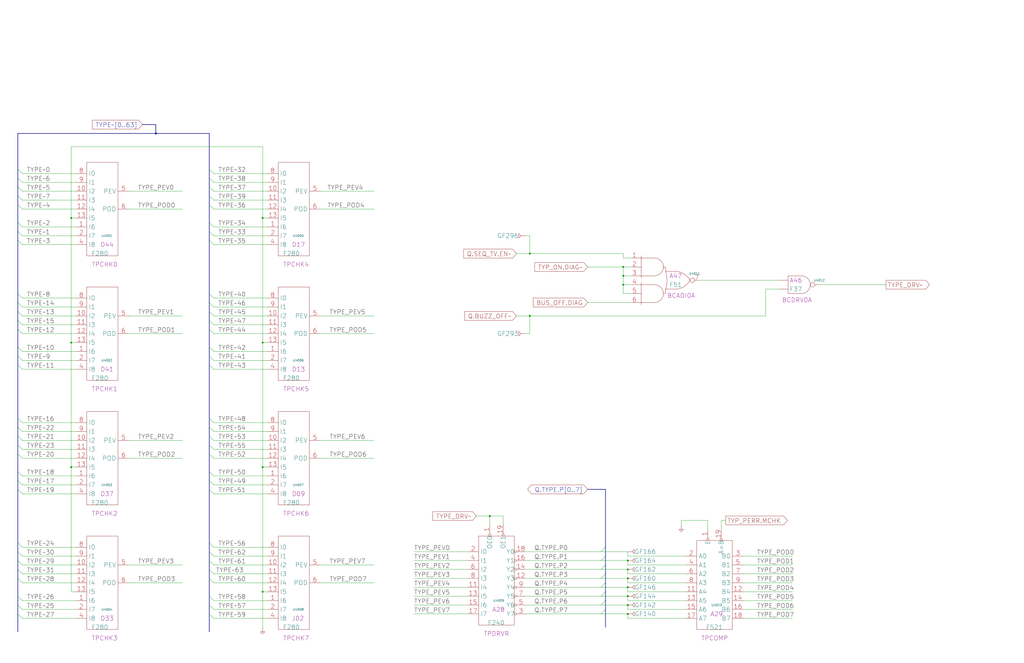
<source format=kicad_sch>
(kicad_sch (version 20230121) (generator eeschema)
  (paper "User" 584.2 378.46)
  (title_block (title "TYPE BUS TRANCEIVER\\nPARITY + BUS DRIVE LOGIC") (date "22-MAY-90") (rev "1.0") (comment 1 "SEQUENCER") (comment 2 "232-003064") (comment 3 "S400") (comment 4 "RELEASED"))
  (lib_symbols
    (symbol "r1000:F240" (pin_names (offset 1.016))
      (property "Reference" "U" (at 2.54 5.08 0))
      (property "Value" "F240" (at -3.81 -7.62 0))
      (property "Location" "___" (at -1.27 0 0))
      (property "Name" "______" (at 1.27 -15.24 0))
      (symbol "F240_1_1"
        (rectangle (start -8.89 41.91) (end 11.43 -8.89))
        (circle (center -2.54 42.545) (radius 0.635))
        (circle (center 5.08 42.545) (radius 0.635))
        (circle (center 12.065 -2.54) (radius 0.635))
        (circle (center 12.065 2.54) (radius 0.635))
        (circle (center 12.065 7.62) (radius 0.635))
        (circle (center 12.065 12.7) (radius 0.635))
        (circle (center 12.065 17.78) (radius 0.635))
        (circle (center 12.065 22.86) (radius 0.635))
        (circle (center 12.065 27.94) (radius 0.635))
        (circle (center 12.065 33.02) (radius 0.635))
        (pin input line (at -2.54 48.26 270) (length 5.08) (name "OE0") (number "1"))
        (pin input line (at -15.24 12.7 0) (length 6.35) (name "I4") (number "11"))
        (pin tri_state line (at 17.78 17.78 180) (length 5.08) (name "Y3") (number "12"))
        (pin input line (at -15.24 7.62 0) (length 6.35) (name "I5") (number "13"))
        (pin tri_state line (at 17.78 22.86 180) (length 5.08) (name "Y2") (number "14"))
        (pin input line (at -15.24 2.54 0) (length 6.35) (name "I6") (number "15"))
        (pin tri_state line (at 17.78 27.94 180) (length 5.08) (name "Y1") (number "16"))
        (pin input line (at -15.24 -2.54 0) (length 6.35) (name "I7") (number "17"))
        (pin tri_state line (at 17.78 33.02 180) (length 5.08) (name "Y0") (number "18"))
        (pin input line (at 5.08 48.26 270) (length 5.08) (name "OE1") (number "19"))
        (pin input line (at -15.24 33.02 0) (length 6.35) (name "I0") (number "2"))
        (pin tri_state line (at 17.78 -2.54 180) (length 5.08) (name "Y7") (number "3"))
        (pin input line (at -15.24 27.94 0) (length 6.35) (name "I1") (number "4"))
        (pin tri_state line (at 17.78 2.54 180) (length 5.08) (name "Y6") (number "5"))
        (pin input line (at -15.24 22.86 0) (length 6.35) (name "I2") (number "6"))
        (pin tri_state line (at 17.78 7.62 180) (length 5.08) (name "Y5") (number "7"))
        (pin input line (at -15.24 17.78 0) (length 6.35) (name "I3") (number "8"))
        (pin tri_state line (at 17.78 12.7 180) (length 5.08) (name "Y4") (number "9"))
      )
    )
    (symbol "r1000:F280" (pin_names (offset 1.016))
      (property "Reference" "U" (at 2.54 5.08 0))
      (property "Value" "F280" (at -6.35 -5.08 0))
      (property "Location" "___" (at -1.27 0 0))
      (property "Name" "______" (at 1.27 -12.7 0))
      (symbol "F280_1_1"
        (rectangle (start -8.89 46.99) (end 8.89 -6.35))
        (pin input line (at -15.24 10.16 0) (length 6.35) (name "I6") (number "1"))
        (pin input line (at -15.24 30.48 0) (length 6.35) (name "I2") (number "10"))
        (pin input line (at -15.24 25.4 0) (length 6.35) (name "I3") (number "11"))
        (pin input line (at -15.24 20.32 0) (length 6.35) (name "I4") (number "12"))
        (pin input line (at -15.24 15.24 0) (length 6.35) (name "I5") (number "13"))
        (pin input line (at -15.24 5.08 0) (length 6.35) (name "I7") (number "2"))
        (pin input line (at -15.24 0 0) (length 6.35) (name "I8") (number "4"))
        (pin output line (at 15.24 30.48 180) (length 6.35) (name "PEV") (number "5"))
        (pin output line (at 15.24 20.32 180) (length 6.35) (name "POD") (number "6"))
        (pin input line (at -15.24 40.64 0) (length 6.35) (name "I0") (number "8"))
        (pin input line (at -15.24 35.56 0) (length 6.35) (name "I1") (number "9"))
      )
    )
    (symbol "r1000:F37" (pin_numbers hide) (pin_names (offset 0) hide)
      (property "Reference" "U" (at 15.24 0 0))
      (property "Value" "F37" (at 1.905 -5.08 0))
      (property "Location" "___" (at 1.905 0 0))
      (property "Name" "______" (at 2.54 -12.7 0))
      (symbol "F37_0_1"
        (polyline (pts (xy -2.54 -7.62) (xy 5.08 -7.62)) (stroke (width 0.1524)))
        (polyline (pts (xy -2.54 2.54) (xy -2.54 -7.62)) (stroke (width 0.1524)))
        (polyline (pts (xy -2.54 2.54) (xy 5.08 2.54)) (stroke (width 0.1524)))
        (arc (start 5.08 -7.62) (mid 10.1282 -2.54) (end 5.08 2.54) (stroke (width 0.1524)))
        (circle (center 11.43 -2.54) (radius 1.27) (stroke (width 0.1524)))
      )
      (symbol "F37_0_2"
        (circle (center -3.81 -5.08) (radius 1.27) (stroke (width 0.1524)))
        (circle (center -3.81 0) (radius 1.27) (stroke (width 0.1524)))
        (arc (start -3.175 -7.62) (mid -2.134 -2.54) (end -3.175 2.54) (stroke (width 0.1524)))
        (polyline (pts (xy -3.175 -7.62) (xy 3.81 -7.62)) (stroke (width 0.1524)))
        (polyline (pts (xy -3.175 2.54) (xy 3.81 2.54)) (stroke (width 0.1524)))
        (arc (start 3.81 -7.62) (mid 7.5855 -5.8306) (end 10.16 -2.54) (stroke (width 0.1524)))
        (arc (start 10.16 -2.54) (mid 7.5827 0.7471) (end 3.81 2.54) (stroke (width 0.1524)))
      )
      (symbol "F37_1_1"
        (pin input line (at -7.62 0 0) (length 5.08) (name "D0") (number "1"))
        (pin input line (at -7.62 -5.08 0) (length 5.08) (name "D1") (number "2"))
        (pin output line (at 15.24 -2.54 180) (length 2.54) (name "Q") (number "3"))
      )
      (symbol "F37_1_2"
        (pin input line (at -7.62 0 0) (length 2.54) (name "D0") (number "1"))
        (pin input line (at -7.62 -5.08 0) (length 2.54) (name "D1") (number "2"))
        (pin output line (at 15.24 -2.54 180) (length 5.08) (name "Q") (number "3"))
      )
    )
    (symbol "r1000:F51" (pin_names hide)
      (property "Reference" "U" (at 12.7 1.27 0))
      (property "Value" "F51" (at 1.905 -5.08 0))
      (property "Location" "___" (at 1.905 0 0))
      (property "Name" "______" (at 5.08 -12.7 0))
      (symbol "F51_0_0"
        (arc (start -10.16 -15.24) (mid -6.5679 -13.7521) (end -5.08 -10.16) (stroke (width 0.1524)))
        (arc (start -10.16 0) (mid -6.5679 1.4879) (end -5.08 5.08) (stroke (width 0.1524)))
        (arc (start -5.08 -10.16) (mid -6.5679 -6.5679) (end -10.16 -5.08) (stroke (width 0.1524)))
        (arc (start -5.08 5.08) (mid -6.5679 8.6721) (end -10.16 10.16) (stroke (width 0.1524)))
        (arc (start -3.8173 -7.62) (mid -2.9926 -2.54) (end -3.8173 2.54) (stroke (width 0.1524)))
        (polyline (pts (xy -20.32 -15.24) (xy -17.78 -15.24)) (stroke (width 0.1524)))
        (polyline (pts (xy -20.32 -10.16) (xy -17.78 -10.16)) (stroke (width 0.1524)))
        (polyline (pts (xy -20.32 -5.08) (xy -17.78 -5.08)) (stroke (width 0.1524)))
        (polyline (pts (xy -20.32 0) (xy -17.78 0)) (stroke (width 0.1524)))
        (polyline (pts (xy -20.32 5.08) (xy -17.78 5.08)) (stroke (width 0.1524)))
        (polyline (pts (xy -20.32 10.16) (xy -17.78 10.16)) (stroke (width 0.1524)))
        (polyline (pts (xy -17.78 -3.81) (xy -17.78 -16.51)) (stroke (width 0.1524)))
        (polyline (pts (xy -17.78 11.43) (xy -17.78 -1.27)) (stroke (width 0.1524)))
        (polyline (pts (xy -10.16 -15.24) (xy -17.78 -15.24)) (stroke (width 0.1524)))
        (polyline (pts (xy -10.16 -5.08) (xy -17.78 -5.08)) (stroke (width 0.1524)))
        (polyline (pts (xy -10.16 0) (xy -17.78 0)) (stroke (width 0.1524)))
        (polyline (pts (xy -10.16 10.16) (xy -17.78 10.16)) (stroke (width 0.1524)))
        (polyline (pts (xy -3.81 -7.62) (xy 2.54 -7.62)) (stroke (width 0.1524)))
        (polyline (pts (xy -3.81 2.54) (xy 2.54 2.54)) (stroke (width 0.1524)))
        (polyline (pts (xy -5.08 -10.16) (xy -3.81 -10.16) (xy -3.81 -7.62)) (stroke (width 0.1524)))
        (polyline (pts (xy -5.08 5.08) (xy -3.81 5.08) (xy -3.81 2.54)) (stroke (width 0.1524)))
        (arc (start 2.54 -7.62) (mid 6.9504 -5.9805) (end 10.16 -2.54) (stroke (width 0.1524)))
        (arc (start 10.16 -2.54) (mid 6.9516 0.9024) (end 2.54 2.54) (stroke (width 0.1524)))
        (circle (center 11.43 -2.54) (radius 1.27) (stroke (width 0.1524)))
      )
      (symbol "F51_1_1"
        (pin input line (at -22.86 10.16 0) (length 2.54) (name "A1") (number "1"))
        (pin input line (at -22.86 5.08 0) (length 2.54) (name "A2") (number "2"))
        (pin input line (at -22.86 0 0) (length 2.54) (name "A3") (number "3"))
        (pin input line (at -22.86 -5.08 0) (length 2.54) (name "B1") (number "4"))
        (pin input line (at -22.86 -10.16 0) (length 2.54) (name "B2") (number "5"))
        (pin input line (at -22.86 -15.24 0) (length 2.54) (name "B3") (number "6"))
        (pin output line (at 15.24 -2.54 180) (length 2.54) (name "Q") (number "7"))
      )
    )
    (symbol "r1000:F521" (pin_names (offset 1.016))
      (property "Reference" "U" (at 2.54 5.08 0))
      (property "Value" "F521" (at -3.81 -7.62 0))
      (property "Location" "___" (at -1.27 0 0))
      (property "Name" "______" (at 1.27 -15.24 0))
      (symbol "F521_1_1"
        (rectangle (start -8.89 41.91) (end 11.43 -8.89))
        (circle (center -2.54 42.545) (radius 0.635))
        (circle (center 5.08 42.545) (radius 0.635))
        (pin input line (at -2.54 48.26 270) (length 5.08) (name "E") (number "1"))
        (pin input line (at -15.24 12.7 0) (length 6.35) (name "A4") (number "11"))
        (pin input line (at 17.78 12.7 180) (length 6.35) (name "B4") (number "12"))
        (pin input line (at -15.24 7.62 0) (length 6.35) (name "A5") (number "13"))
        (pin input line (at 17.78 7.62 180) (length 6.35) (name "B5") (number "14"))
        (pin input line (at -15.24 2.54 0) (length 6.35) (name "A6") (number "15"))
        (pin input line (at 17.78 2.54 180) (length 6.35) (name "B6") (number "16"))
        (pin input line (at -15.24 -2.54 0) (length 6.35) (name "A7") (number "17"))
        (pin input line (at 17.78 -2.54 180) (length 6.35) (name "B7") (number "18"))
        (pin output line (at 5.08 48.26 270) (length 5.08) (name "A=B") (number "19"))
        (pin input line (at -15.24 33.02 0) (length 6.35) (name "A0") (number "2"))
        (pin input line (at 17.78 33.02 180) (length 6.35) (name "B0") (number "3"))
        (pin input line (at -15.24 27.94 0) (length 6.35) (name "A1") (number "4"))
        (pin input line (at 17.78 27.94 180) (length 6.35) (name "B1") (number "5"))
        (pin input line (at -15.24 22.86 0) (length 6.35) (name "A2") (number "6"))
        (pin input line (at 17.78 22.86 180) (length 6.35) (name "B2") (number "7"))
        (pin input line (at -15.24 17.78 0) (length 6.35) (name "A3") (number "8"))
        (pin input line (at 17.78 17.78 180) (length 6.35) (name "B3") (number "9"))
      )
    )
    (symbol "r1000:GF" (pin_numbers hide) (pin_names (offset 0) hide)
      (property "Reference" "GF" (at 3.81 0 0))
      (symbol "GF_0_1"
        (polyline (pts (xy 2.54 0) (xy 3.81 1.27) (xy 3.81 -1.27) (xy 2.54 0)) (stroke (width 0.1524)))
      )
      (symbol "GF_1_1"
        (pin bidirectional line (at 0 0 0) (length 2.54) (name "") (number "1"))
      )
    )
    (symbol "r1000:PD" (power) (pin_numbers hide) (pin_names hide) (in_bom no)
      (symbol "PD_0_1"
        (polyline (pts (xy 0 -2.54) (xy 1.27 -2.54) (xy 0 -3.81) (xy -1.27 -2.54) (xy 0 -2.54)) (stroke (width 0.1524)))
      )
      (symbol "PD_1_1"
        (pin power_in line (at 0 0 270) (length 2.54) (name "PD") (number "1"))
      )
    )
  )
  (junction (at 358.14 325.12))
  (junction (at 358.14 320.04))
  (junction (at 149.86 266.7))
  (junction (at 355.6 162.56))
  (junction (at 40.64 124.46))
  (junction (at 358.14 340.36))
  (junction (at 279.4 294.64))
  (junction (at 355.6 157.48))
  (junction (at 40.64 195.58))
  (junction (at 358.14 345.44))
  (junction (at 358.14 330.2))
  (junction (at 40.64 266.7))
  (junction (at 355.6 152.4))
  (junction (at 358.14 335.28))
  (junction (at 149.86 195.58))
  (junction (at 149.86 337.82))
  (junction (at 358.14 350.52))
  (junction (at 88.9 76.2))
  (junction (at 302.26 144.78))
  (junction (at 302.26 180.34))
  (junction (at 149.86 124.46))
  (bus_entry (at 10.16 167.64) (size 2.54 2.54))
  (bus_entry (at 119.38 340.36) (size 2.54 2.54))
  (bus_entry (at 119.38 101.6) (size 2.54 2.54))
  (bus_entry (at 10.16 116.84) (size 2.54 2.54))
  (bus_entry (at 10.16 101.6) (size 2.54 2.54))
  (bus_entry (at 10.16 330.2) (size 2.54 2.54))
  (bus_entry (at 119.38 320.04) (size 2.54 2.54))
  (bus_entry (at 119.38 203.2) (size 2.54 2.54))
  (bus_entry (at 119.38 314.96) (size 2.54 2.54))
  (bus_entry (at 10.16 172.72) (size 2.54 2.54))
  (bus_entry (at 119.38 111.76) (size 2.54 2.54))
  (bus_entry (at 345.44 337.82) (size -2.54 2.54))
  (bus_entry (at 10.16 177.8) (size 2.54 2.54))
  (bus_entry (at 119.38 254) (size 2.54 2.54))
  (bus_entry (at 119.38 259.08) (size 2.54 2.54))
  (bus_entry (at 10.16 182.88) (size 2.54 2.54))
  (bus_entry (at 345.44 347.98) (size -2.54 2.54))
  (bus_entry (at 119.38 345.44) (size 2.54 2.54))
  (bus_entry (at 119.38 208.28) (size 2.54 2.54))
  (bus_entry (at 119.38 106.68) (size 2.54 2.54))
  (bus_entry (at 10.16 309.88) (size 2.54 2.54))
  (bus_entry (at 119.38 177.8) (size 2.54 2.54))
  (bus_entry (at 119.38 325.12) (size 2.54 2.54))
  (bus_entry (at 119.38 127) (size 2.54 2.54))
  (bus_entry (at 10.16 127) (size 2.54 2.54))
  (bus_entry (at 10.16 187.96) (size 2.54 2.54))
  (bus_entry (at 10.16 248.92) (size 2.54 2.54))
  (bus_entry (at 345.44 327.66) (size -2.54 2.54))
  (bus_entry (at 119.38 167.64) (size 2.54 2.54))
  (bus_entry (at 10.16 106.68) (size 2.54 2.54))
  (bus_entry (at 10.16 198.12) (size 2.54 2.54))
  (bus_entry (at 10.16 269.24) (size 2.54 2.54))
  (bus_entry (at 119.38 198.12) (size 2.54 2.54))
  (bus_entry (at 119.38 248.92) (size 2.54 2.54))
  (bus_entry (at 10.16 96.52) (size 2.54 2.54))
  (bus_entry (at 10.16 238.76) (size 2.54 2.54))
  (bus_entry (at 119.38 330.2) (size 2.54 2.54))
  (bus_entry (at 119.38 182.88) (size 2.54 2.54))
  (bus_entry (at 119.38 96.52) (size 2.54 2.54))
  (bus_entry (at 10.16 325.12) (size 2.54 2.54))
  (bus_entry (at 345.44 322.58) (size -2.54 2.54))
  (bus_entry (at 10.16 259.08) (size 2.54 2.54))
  (bus_entry (at 10.16 279.4) (size 2.54 2.54))
  (bus_entry (at 10.16 274.32) (size 2.54 2.54))
  (bus_entry (at 119.38 269.24) (size 2.54 2.54))
  (bus_entry (at 119.38 238.76) (size 2.54 2.54))
  (bus_entry (at 10.16 320.04) (size 2.54 2.54))
  (bus_entry (at 345.44 312.42) (size -2.54 2.54))
  (bus_entry (at 119.38 187.96) (size 2.54 2.54))
  (bus_entry (at 345.44 342.9) (size -2.54 2.54))
  (bus_entry (at 10.16 254) (size 2.54 2.54))
  (bus_entry (at 10.16 350.52) (size 2.54 2.54))
  (bus_entry (at 119.38 243.84) (size 2.54 2.54))
  (bus_entry (at 10.16 203.2) (size 2.54 2.54))
  (bus_entry (at 345.44 332.74) (size -2.54 2.54))
  (bus_entry (at 10.16 340.36) (size 2.54 2.54))
  (bus_entry (at 119.38 137.16) (size 2.54 2.54))
  (bus_entry (at 119.38 172.72) (size 2.54 2.54))
  (bus_entry (at 10.16 111.76) (size 2.54 2.54))
  (bus_entry (at 119.38 279.4) (size 2.54 2.54))
  (bus_entry (at 119.38 309.88) (size 2.54 2.54))
  (bus_entry (at 10.16 243.84) (size 2.54 2.54))
  (bus_entry (at 345.44 317.5) (size -2.54 2.54))
  (bus_entry (at 10.16 345.44) (size 2.54 2.54))
  (bus_entry (at 10.16 132.08) (size 2.54 2.54))
  (bus_entry (at 10.16 314.96) (size 2.54 2.54))
  (bus_entry (at 119.38 274.32) (size 2.54 2.54))
  (bus_entry (at 10.16 208.28) (size 2.54 2.54))
  (bus_entry (at 119.38 132.08) (size 2.54 2.54))
  (bus_entry (at 10.16 137.16) (size 2.54 2.54))
  (bus_entry (at 119.38 116.84) (size 2.54 2.54))
  (bus_entry (at 119.38 350.52) (size 2.54 2.54))
  (wire (pts (xy 12.7 246.38) (xy 43.18 246.38)))
  (bus (pts (xy 10.16 127) (xy 10.16 132.08)))
  (wire (pts (xy 121.92 175.26) (xy 152.4 175.26)))
  (bus (pts (xy 119.38 96.52) (xy 119.38 101.6)))
  (wire (pts (xy 121.92 276.86) (xy 152.4 276.86)))
  (bus (pts (xy 119.38 172.72) (xy 119.38 177.8)))
  (bus (pts (xy 10.16 345.44) (xy 10.16 350.52)))
  (wire (pts (xy 236.22 330.2) (xy 266.7 330.2)))
  (wire (pts (xy 121.92 281.94) (xy 152.4 281.94)))
  (wire (pts (xy 73.66 322.58) (xy 104.14 322.58)))
  (bus (pts (xy 10.16 325.12) (xy 10.16 330.2)))
  (bus (pts (xy 119.38 340.36) (xy 119.38 345.44)))
  (wire (pts (xy 121.92 104.14) (xy 152.4 104.14)))
  (bus (pts (xy 10.16 254) (xy 10.16 259.08)))
  (bus (pts (xy 10.16 259.08) (xy 10.16 269.24)))
  (wire (pts (xy 152.4 337.82) (xy 149.86 337.82)))
  (wire (pts (xy 302.26 180.34) (xy 436.88 180.34)))
  (wire (pts (xy 424.18 353.06) (xy 452.12 353.06)))
  (wire (pts (xy 121.92 170.18) (xy 152.4 170.18)))
  (wire (pts (xy 182.88 180.34) (xy 213.36 180.34)))
  (wire (pts (xy 358.14 353.06) (xy 391.16 353.06)))
  (wire (pts (xy 121.92 139.7) (xy 152.4 139.7)))
  (wire (pts (xy 302.26 144.78) (xy 355.6 144.78)))
  (wire (pts (xy 40.64 124.46) (xy 43.18 124.46)))
  (wire (pts (xy 12.7 210.82) (xy 43.18 210.82)))
  (bus (pts (xy 119.38 238.76) (xy 119.38 243.84)))
  (wire (pts (xy 121.92 134.62) (xy 152.4 134.62)))
  (wire (pts (xy 12.7 175.26) (xy 43.18 175.26)))
  (wire (pts (xy 40.64 337.82) (xy 40.64 266.7)))
  (wire (pts (xy 182.88 322.58) (xy 213.36 322.58)))
  (wire (pts (xy 12.7 342.9) (xy 43.18 342.9)))
  (bus (pts (xy 345.44 337.82) (xy 345.44 342.9)))
  (wire (pts (xy 424.18 317.5) (xy 452.12 317.5)))
  (bus (pts (xy 10.16 167.64) (xy 10.16 172.72)))
  (wire (pts (xy 388.62 297.18) (xy 403.86 297.18)))
  (wire (pts (xy 40.64 266.7) (xy 43.18 266.7)))
  (wire (pts (xy 236.22 320.04) (xy 266.7 320.04)))
  (bus (pts (xy 81.28 71.12) (xy 88.9 71.12)))
  (bus (pts (xy 10.16 172.72) (xy 10.16 177.8)))
  (wire (pts (xy 12.7 99.06) (xy 43.18 99.06)))
  (wire (pts (xy 236.22 350.52) (xy 266.7 350.52)))
  (wire (pts (xy 424.18 327.66) (xy 452.12 327.66)))
  (wire (pts (xy 149.86 124.46) (xy 152.4 124.46)))
  (wire (pts (xy 294.64 180.34) (xy 302.26 180.34)))
  (bus (pts (xy 119.38 309.88) (xy 119.38 314.96)))
  (wire (pts (xy 411.48 297.18) (xy 411.48 302.26)))
  (wire (pts (xy 12.7 205.74) (xy 43.18 205.74)))
  (wire (pts (xy 12.7 134.62) (xy 43.18 134.62)))
  (wire (pts (xy 355.6 157.48) (xy 355.6 152.4)))
  (wire (pts (xy 12.7 332.74) (xy 43.18 332.74)))
  (bus (pts (xy 119.38 279.4) (xy 119.38 309.88)))
  (bus (pts (xy 345.44 317.5) (xy 345.44 322.58)))
  (wire (pts (xy 342.9 330.2) (xy 358.14 330.2)))
  (wire (pts (xy 411.48 297.18) (xy 414.02 297.18)))
  (wire (pts (xy 398.78 160.02) (xy 444.5 160.02)))
  (wire (pts (xy 236.22 325.12) (xy 266.7 325.12)))
  (wire (pts (xy 12.7 327.66) (xy 43.18 327.66)))
  (wire (pts (xy 358.14 345.44) (xy 358.14 347.98)))
  (wire (pts (xy 73.66 190.5) (xy 104.14 190.5)))
  (wire (pts (xy 182.88 119.38) (xy 213.36 119.38)))
  (wire (pts (xy 358.14 332.74) (xy 391.16 332.74)))
  (wire (pts (xy 299.72 345.44) (xy 342.9 345.44)))
  (wire (pts (xy 12.7 271.78) (xy 43.18 271.78)))
  (wire (pts (xy 73.66 332.74) (xy 104.14 332.74)))
  (wire (pts (xy 279.4 294.64) (xy 279.4 299.72)))
  (bus (pts (xy 88.9 71.12) (xy 88.9 76.2)))
  (wire (pts (xy 121.92 327.66) (xy 152.4 327.66)))
  (wire (pts (xy 360.68 162.56) (xy 355.6 162.56)))
  (wire (pts (xy 358.14 320.04) (xy 358.14 322.58)))
  (wire (pts (xy 271.78 294.64) (xy 279.4 294.64)))
  (wire (pts (xy 294.64 144.78) (xy 302.26 144.78)))
  (wire (pts (xy 121.92 353.06) (xy 152.4 353.06)))
  (bus (pts (xy 119.38 243.84) (xy 119.38 248.92)))
  (wire (pts (xy 342.9 320.04) (xy 358.14 320.04)))
  (wire (pts (xy 299.72 340.36) (xy 342.9 340.36)))
  (wire (pts (xy 358.14 340.36) (xy 358.14 342.9)))
  (bus (pts (xy 119.38 137.16) (xy 119.38 167.64)))
  (wire (pts (xy 149.86 266.7) (xy 152.4 266.7)))
  (wire (pts (xy 358.14 327.66) (xy 391.16 327.66)))
  (bus (pts (xy 119.38 101.6) (xy 119.38 106.68)))
  (wire (pts (xy 335.28 152.4) (xy 355.6 152.4)))
  (bus (pts (xy 10.16 309.88) (xy 10.16 314.96)))
  (wire (pts (xy 12.7 312.42) (xy 43.18 312.42)))
  (wire (pts (xy 12.7 353.06) (xy 43.18 353.06)))
  (bus (pts (xy 88.9 76.2) (xy 119.38 76.2)))
  (wire (pts (xy 358.14 317.5) (xy 391.16 317.5)))
  (bus (pts (xy 345.44 332.74) (xy 345.44 337.82)))
  (wire (pts (xy 73.66 251.46) (xy 104.14 251.46)))
  (bus (pts (xy 119.38 330.2) (xy 119.38 340.36)))
  (wire (pts (xy 73.66 109.22) (xy 104.14 109.22)))
  (wire (pts (xy 12.7 185.42) (xy 43.18 185.42)))
  (bus (pts (xy 10.16 330.2) (xy 10.16 340.36)))
  (wire (pts (xy 299.72 350.52) (xy 342.9 350.52)))
  (wire (pts (xy 299.72 134.62) (xy 302.26 134.62)))
  (bus (pts (xy 345.44 279.4) (xy 345.44 312.42)))
  (wire (pts (xy 299.72 314.96) (xy 342.9 314.96)))
  (wire (pts (xy 467.36 162.56) (xy 505.46 162.56)))
  (wire (pts (xy 302.26 190.5) (xy 302.26 180.34)))
  (bus (pts (xy 10.16 76.2) (xy 10.16 96.52)))
  (wire (pts (xy 355.6 162.56) (xy 355.6 157.48)))
  (bus (pts (xy 10.16 106.68) (xy 10.16 111.76)))
  (bus (pts (xy 119.38 269.24) (xy 119.38 274.32)))
  (bus (pts (xy 119.38 127) (xy 119.38 132.08)))
  (wire (pts (xy 424.18 332.74) (xy 452.12 332.74)))
  (bus (pts (xy 119.38 203.2) (xy 119.38 208.28)))
  (wire (pts (xy 40.64 195.58) (xy 40.64 124.46)))
  (wire (pts (xy 342.9 340.36) (xy 358.14 340.36)))
  (wire (pts (xy 342.9 314.96) (xy 358.14 314.96)))
  (wire (pts (xy 12.7 241.3) (xy 43.18 241.3)))
  (wire (pts (xy 121.92 190.5) (xy 152.4 190.5)))
  (wire (pts (xy 121.92 317.5) (xy 152.4 317.5)))
  (wire (pts (xy 121.92 99.06) (xy 152.4 99.06)))
  (bus (pts (xy 10.16 132.08) (xy 10.16 137.16)))
  (bus (pts (xy 119.38 248.92) (xy 119.38 254)))
  (wire (pts (xy 299.72 335.28) (xy 342.9 335.28)))
  (wire (pts (xy 355.6 147.32) (xy 360.68 147.32)))
  (wire (pts (xy 40.64 124.46) (xy 40.64 83.82)))
  (wire (pts (xy 121.92 246.38) (xy 152.4 246.38)))
  (bus (pts (xy 119.38 116.84) (xy 119.38 127)))
  (wire (pts (xy 299.72 330.2) (xy 342.9 330.2)))
  (wire (pts (xy 302.26 134.62) (xy 302.26 144.78)))
  (wire (pts (xy 12.7 104.14) (xy 43.18 104.14)))
  (wire (pts (xy 149.86 337.82) (xy 149.86 358.14)))
  (wire (pts (xy 40.64 195.58) (xy 43.18 195.58)))
  (wire (pts (xy 360.68 157.48) (xy 355.6 157.48)))
  (bus (pts (xy 10.16 198.12) (xy 10.16 203.2)))
  (wire (pts (xy 358.14 337.82) (xy 391.16 337.82)))
  (bus (pts (xy 119.38 187.96) (xy 119.38 198.12)))
  (wire (pts (xy 12.7 261.62) (xy 43.18 261.62)))
  (wire (pts (xy 335.28 172.72) (xy 360.68 172.72)))
  (wire (pts (xy 12.7 139.7) (xy 43.18 139.7)))
  (wire (pts (xy 182.88 332.74) (xy 213.36 332.74)))
  (wire (pts (xy 121.92 271.78) (xy 152.4 271.78)))
  (bus (pts (xy 345.44 347.98) (xy 345.44 358.14)))
  (bus (pts (xy 345.44 342.9) (xy 345.44 347.98)))
  (wire (pts (xy 121.92 261.62) (xy 152.4 261.62)))
  (wire (pts (xy 358.14 330.2) (xy 358.14 332.74)))
  (wire (pts (xy 12.7 251.46) (xy 43.18 251.46)))
  (wire (pts (xy 355.6 152.4) (xy 360.68 152.4)))
  (bus (pts (xy 10.16 269.24) (xy 10.16 274.32)))
  (bus (pts (xy 119.38 345.44) (xy 119.38 350.52)))
  (wire (pts (xy 358.14 325.12) (xy 358.14 327.66)))
  (bus (pts (xy 10.16 203.2) (xy 10.16 208.28)))
  (wire (pts (xy 12.7 256.54) (xy 43.18 256.54)))
  (bus (pts (xy 10.16 238.76) (xy 10.16 243.84)))
  (wire (pts (xy 149.86 266.7) (xy 149.86 337.82)))
  (wire (pts (xy 12.7 114.3) (xy 43.18 114.3)))
  (wire (pts (xy 358.14 335.28) (xy 358.14 337.82)))
  (wire (pts (xy 403.86 297.18) (xy 403.86 302.26)))
  (wire (pts (xy 424.18 342.9) (xy 452.12 342.9)))
  (wire (pts (xy 73.66 180.34) (xy 104.14 180.34)))
  (wire (pts (xy 287.02 299.72) (xy 287.02 294.64)))
  (bus (pts (xy 10.16 137.16) (xy 10.16 167.64)))
  (wire (pts (xy 12.7 109.22) (xy 43.18 109.22)))
  (wire (pts (xy 121.92 210.82) (xy 152.4 210.82)))
  (wire (pts (xy 121.92 347.98) (xy 152.4 347.98)))
  (wire (pts (xy 236.22 335.28) (xy 266.7 335.28)))
  (wire (pts (xy 12.7 347.98) (xy 43.18 347.98)))
  (wire (pts (xy 355.6 144.78) (xy 355.6 147.32)))
  (bus (pts (xy 119.38 76.2) (xy 119.38 96.52)))
  (wire (pts (xy 236.22 345.44) (xy 266.7 345.44)))
  (bus (pts (xy 10.16 76.2) (xy 88.9 76.2)))
  (bus (pts (xy 10.16 243.84) (xy 10.16 248.92)))
  (bus (pts (xy 345.44 312.42) (xy 345.44 317.5)))
  (wire (pts (xy 149.86 83.82) (xy 149.86 124.46)))
  (wire (pts (xy 342.9 345.44) (xy 358.14 345.44)))
  (bus (pts (xy 119.38 208.28) (xy 119.38 238.76)))
  (wire (pts (xy 12.7 129.54) (xy 43.18 129.54)))
  (wire (pts (xy 424.18 347.98) (xy 452.12 347.98)))
  (bus (pts (xy 119.38 350.52) (xy 119.38 360.68)))
  (wire (pts (xy 121.92 180.34) (xy 152.4 180.34)))
  (wire (pts (xy 73.66 261.62) (xy 104.14 261.62)))
  (wire (pts (xy 12.7 190.5) (xy 43.18 190.5)))
  (bus (pts (xy 119.38 132.08) (xy 119.38 137.16)))
  (wire (pts (xy 121.92 256.54) (xy 152.4 256.54)))
  (wire (pts (xy 12.7 276.86) (xy 43.18 276.86)))
  (bus (pts (xy 119.38 274.32) (xy 119.38 279.4)))
  (wire (pts (xy 182.88 190.5) (xy 213.36 190.5)))
  (bus (pts (xy 119.38 182.88) (xy 119.38 187.96)))
  (bus (pts (xy 119.38 198.12) (xy 119.38 203.2)))
  (wire (pts (xy 12.7 322.58) (xy 43.18 322.58)))
  (wire (pts (xy 40.64 83.82) (xy 149.86 83.82)))
  (wire (pts (xy 12.7 200.66) (xy 43.18 200.66)))
  (bus (pts (xy 119.38 167.64) (xy 119.38 172.72)))
  (wire (pts (xy 121.92 205.74) (xy 152.4 205.74)))
  (bus (pts (xy 10.16 182.88) (xy 10.16 187.96)))
  (wire (pts (xy 358.14 350.52) (xy 358.14 353.06)))
  (wire (pts (xy 182.88 251.46) (xy 213.36 251.46)))
  (wire (pts (xy 299.72 190.5) (xy 302.26 190.5)))
  (wire (pts (xy 436.88 165.1) (xy 444.5 165.1)))
  (bus (pts (xy 10.16 279.4) (xy 10.16 309.88)))
  (bus (pts (xy 10.16 177.8) (xy 10.16 182.88)))
  (wire (pts (xy 424.18 337.82) (xy 452.12 337.82)))
  (bus (pts (xy 119.38 106.68) (xy 119.38 111.76)))
  (wire (pts (xy 436.88 180.34) (xy 436.88 165.1)))
  (wire (pts (xy 342.9 335.28) (xy 358.14 335.28)))
  (wire (pts (xy 182.88 261.62) (xy 213.36 261.62)))
  (wire (pts (xy 40.64 266.7) (xy 40.64 195.58)))
  (wire (pts (xy 149.86 195.58) (xy 149.86 124.46)))
  (bus (pts (xy 10.16 350.52) (xy 10.16 360.68)))
  (wire (pts (xy 73.66 119.38) (xy 104.14 119.38)))
  (wire (pts (xy 12.7 281.94) (xy 43.18 281.94)))
  (bus (pts (xy 119.38 259.08) (xy 119.38 269.24)))
  (wire (pts (xy 121.92 185.42) (xy 152.4 185.42)))
  (wire (pts (xy 121.92 322.58) (xy 152.4 322.58)))
  (bus (pts (xy 10.16 187.96) (xy 10.16 198.12)))
  (wire (pts (xy 358.14 347.98) (xy 391.16 347.98)))
  (wire (pts (xy 360.68 167.64) (xy 355.6 167.64)))
  (wire (pts (xy 236.22 314.96) (xy 266.7 314.96)))
  (wire (pts (xy 121.92 241.3) (xy 152.4 241.3)))
  (bus (pts (xy 119.38 320.04) (xy 119.38 325.12)))
  (wire (pts (xy 342.9 325.12) (xy 358.14 325.12)))
  (wire (pts (xy 424.18 322.58) (xy 452.12 322.58)))
  (wire (pts (xy 149.86 195.58) (xy 152.4 195.58)))
  (bus (pts (xy 10.16 248.92) (xy 10.16 254)))
  (bus (pts (xy 119.38 254) (xy 119.38 259.08)))
  (wire (pts (xy 121.92 200.66) (xy 152.4 200.66)))
  (wire (pts (xy 121.92 342.9) (xy 152.4 342.9)))
  (bus (pts (xy 119.38 325.12) (xy 119.38 330.2)))
  (wire (pts (xy 299.72 325.12) (xy 342.9 325.12)))
  (wire (pts (xy 43.18 337.82) (xy 40.64 337.82)))
  (wire (pts (xy 12.7 317.5) (xy 43.18 317.5)))
  (wire (pts (xy 358.14 314.96) (xy 358.14 317.5)))
  (wire (pts (xy 236.22 340.36) (xy 266.7 340.36)))
  (wire (pts (xy 121.92 129.54) (xy 152.4 129.54)))
  (wire (pts (xy 121.92 332.74) (xy 152.4 332.74)))
  (wire (pts (xy 121.92 114.3) (xy 152.4 114.3)))
  (wire (pts (xy 121.92 119.38) (xy 152.4 119.38)))
  (wire (pts (xy 121.92 109.22) (xy 152.4 109.22)))
  (bus (pts (xy 345.44 327.66) (xy 345.44 332.74)))
  (bus (pts (xy 10.16 116.84) (xy 10.16 127)))
  (bus (pts (xy 10.16 101.6) (xy 10.16 106.68)))
  (bus (pts (xy 345.44 322.58) (xy 345.44 327.66)))
  (wire (pts (xy 342.9 350.52) (xy 358.14 350.52)))
  (bus (pts (xy 10.16 208.28) (xy 10.16 238.76)))
  (bus (pts (xy 10.16 274.32) (xy 10.16 279.4)))
  (wire (pts (xy 12.7 119.38) (xy 43.18 119.38)))
  (bus (pts (xy 119.38 111.76) (xy 119.38 116.84)))
  (wire (pts (xy 279.4 294.64) (xy 287.02 294.64)))
  (wire (pts (xy 12.7 180.34) (xy 43.18 180.34)))
  (bus (pts (xy 10.16 314.96) (xy 10.16 320.04)))
  (bus (pts (xy 119.38 177.8) (xy 119.38 182.88)))
  (bus (pts (xy 10.16 96.52) (xy 10.16 101.6)))
  (bus (pts (xy 10.16 320.04) (xy 10.16 325.12)))
  (wire (pts (xy 299.72 320.04) (xy 342.9 320.04)))
  (wire (pts (xy 121.92 312.42) (xy 152.4 312.42)))
  (bus (pts (xy 10.16 340.36) (xy 10.16 345.44)))
  (wire (pts (xy 358.14 342.9) (xy 391.16 342.9)))
  (bus (pts (xy 10.16 111.76) (xy 10.16 116.84)))
  (wire (pts (xy 12.7 170.18) (xy 43.18 170.18)))
  (wire (pts (xy 149.86 266.7) (xy 149.86 195.58)))
  (wire (pts (xy 121.92 251.46) (xy 152.4 251.46)))
  (wire (pts (xy 388.62 299.72) (xy 388.62 297.18)))
  (wire (pts (xy 182.88 109.22) (xy 213.36 109.22)))
  (bus (pts (xy 119.38 314.96) (xy 119.38 320.04)))
  (bus (pts (xy 335.28 279.4) (xy 345.44 279.4)))
  (wire (pts (xy 358.14 322.58) (xy 391.16 322.58)))
  (wire (pts (xy 355.6 167.64) (xy 355.6 162.56)))
  (label "TYPE_POD6" (at 431.8 347.98 0) (effects (font (size 2.54 2.54))))
  (label "TYPE~63" (at 123.19 327.66 0) (effects (font (size 2.54 2.54))))
  (label "TYPE~43" (at 124.46 210.82 0) (effects (font (size 2.54 2.54))))
  (label "TYPE~44" (at 124.46 190.5 0) (effects (font (size 2.54 2.54))))
  (label "TYPE~27" (at 15.24 353.06 0) (effects (font (size 2.54 2.54))))
  (label "TYPE~55" (at 124.46 256.54 0) (effects (font (size 2.54 2.54))))
  (label "TYPE~34" (at 124.46 129.54 0) (effects (font (size 2.54 2.54))))
  (label "TYPE~17" (at 15.24 276.86 0) (effects (font (size 2.54 2.54))))
  (label "TYPE~12" (at 15.24 190.5 0) (effects (font (size 2.54 2.54))))
  (label "TYPE~59" (at 124.46 353.06 0) (effects (font (size 2.54 2.54))))
  (label "Q.TYPE.P3" (at 304.8 330.2 0) (effects (font (size 2.54 2.54))))
  (label "TYPE~24" (at 15.24 312.42 0) (effects (font (size 2.54 2.54))))
  (label "TYPE~47" (at 124.46 185.42 0) (effects (font (size 2.54 2.54))))
  (label "TYPE_POD5" (at 431.8 342.9 0) (effects (font (size 2.54 2.54))))
  (label "TYPE~26" (at 15.24 342.9 0) (effects (font (size 2.54 2.54))))
  (label "TYPE_PEV3" (at 236.22 330.2 0) (effects (font (size 2.54 2.54))))
  (label "TYPE~3" (at 15.24 139.7 0) (effects (font (size 2.54 2.54))))
  (label "TYPE~50" (at 124.46 271.78 0) (effects (font (size 2.54 2.54))))
  (label "TYPE_PEV5" (at 187.96 180.34 0) (effects (font (size 2.54 2.54))))
  (label "TYPE_POD0" (at 431.8 317.5 0) (effects (font (size 2.54 2.54))))
  (label "TYPE_PEV3" (at 78.74 322.58 0) (effects (font (size 2.54 2.54))))
  (label "TYPE~32" (at 124.46 99.06 0) (effects (font (size 2.54 2.54))))
  (label "TYPE~25" (at 15.24 347.98 0) (effects (font (size 2.54 2.54))))
  (label "TYPE~33" (at 124.46 134.62 0) (effects (font (size 2.54 2.54))))
  (label "TYPE~41" (at 124.46 205.74 0) (effects (font (size 2.54 2.54))))
  (label "TYPE~4" (at 15.24 119.38 0) (effects (font (size 2.54 2.54))))
  (label "TYPE_POD6" (at 187.96 261.62 0) (effects (font (size 2.54 2.54))))
  (label "TYPE~15" (at 15.24 185.42 0) (effects (font (size 2.54 2.54))))
  (label "TYPE~21" (at 15.24 251.46 0) (effects (font (size 2.54 2.54))))
  (label "TYPE~61" (at 124.46 322.58 0) (effects (font (size 2.54 2.54))))
  (label "TYPE_POD5" (at 187.96 190.5 0) (effects (font (size 2.54 2.54))))
  (label "TYPE~57" (at 124.46 347.98 0) (effects (font (size 2.54 2.54))))
  (label "TYPE_PEV1" (at 236.22 320.04 0) (effects (font (size 2.54 2.54))))
  (label "Q.TYPE.P0" (at 304.8 314.96 0) (effects (font (size 2.54 2.54))))
  (label "TYPE_PEV4" (at 236.22 335.28 0) (effects (font (size 2.54 2.54))))
  (label "TYPE~10" (at 15.24 200.66 0) (effects (font (size 2.54 2.54))))
  (label "TYPE~28" (at 15.24 332.74 0) (effects (font (size 2.54 2.54))))
  (label "TYPE~29" (at 15.24 322.58 0) (effects (font (size 2.54 2.54))))
  (label "TYPE~36" (at 124.46 119.38 0) (effects (font (size 2.54 2.54))))
  (label "TYPE_PEV0" (at 236.22 314.96 0) (effects (font (size 2.54 2.54))))
  (label "TYPE_PEV6" (at 236.22 345.44 0) (effects (font (size 2.54 2.54))))
  (label "TYPE_POD3" (at 431.8 332.74 0) (effects (font (size 2.54 2.54))))
  (label "TYPE_PEV5" (at 236.22 340.36 0) (effects (font (size 2.54 2.54))))
  (label "TYPE~9" (at 15.24 205.74 0) (effects (font (size 2.54 2.54))))
  (label "TYPE_PEV0" (at 78.74 109.22 0) (effects (font (size 2.54 2.54))))
  (label "TYPE~45" (at 124.46 180.34 0) (effects (font (size 2.54 2.54))))
  (label "TYPE_POD4" (at 186.69 119.38 0) (effects (font (size 2.54 2.54))))
  (label "Q.TYPE.P2" (at 304.8 325.12 0) (effects (font (size 2.54 2.54))))
  (label "TYPE~16" (at 15.24 241.3 0) (effects (font (size 2.54 2.54))))
  (label "TYPE_PEV2" (at 78.74 251.46 0) (effects (font (size 2.54 2.54))))
  (label "TYPE~39" (at 124.46 114.3 0) (effects (font (size 2.54 2.54))))
  (label "TYPE_POD0" (at 78.74 119.38 0) (effects (font (size 2.54 2.54))))
  (label "TYPE~58" (at 124.46 342.9 0) (effects (font (size 2.54 2.54))))
  (label "TYPE_POD4" (at 431.8 337.82 0) (effects (font (size 2.54 2.54))))
  (label "TYPE~2" (at 15.24 129.54 0) (effects (font (size 2.54 2.54))))
  (label "TYPE_POD7" (at 187.96 332.74 0) (effects (font (size 2.54 2.54))))
  (label "TYPE~0" (at 15.24 99.06 0) (effects (font (size 2.54 2.54))))
  (label "TYPE~48" (at 124.46 241.3 0) (effects (font (size 2.54 2.54))))
  (label "TYPE~19" (at 15.24 281.94 0) (effects (font (size 2.54 2.54))))
  (label "TYPE~52" (at 124.46 261.62 0) (effects (font (size 2.54 2.54))))
  (label "TYPE_PEV1" (at 78.74 180.34 0) (effects (font (size 2.54 2.54))))
  (label "TYPE~14" (at 15.24 175.26 0) (effects (font (size 2.54 2.54))))
  (label "TYPE~53" (at 124.46 251.46 0) (effects (font (size 2.54 2.54))))
  (label "TYPE_POD3" (at 78.74 332.74 0) (effects (font (size 2.54 2.54))))
  (label "TYPE_POD1" (at 431.8 322.58 0) (effects (font (size 2.54 2.54))))
  (label "TYPE~5" (at 15.24 109.22 0) (effects (font (size 2.54 2.54))))
  (label "TYPE~54" (at 124.46 246.38 0) (effects (font (size 2.54 2.54))))
  (label "Q.TYPE.P6" (at 304.8 345.44 0) (effects (font (size 2.54 2.54))))
  (label "TYPE_PEV6" (at 187.96 251.46 0) (effects (font (size 2.54 2.54))))
  (label "TYPE_PEV7" (at 236.22 350.52 0) (effects (font (size 2.54 2.54))))
  (label "TYPE_PEV2" (at 236.22 325.12 0) (effects (font (size 2.54 2.54))))
  (label "Q.TYPE.P1" (at 304.8 320.04 0) (effects (font (size 2.54 2.54))))
  (label "TYPE_PEV4" (at 186.69 109.22 0) (effects (font (size 2.54 2.54))))
  (label "TYPE_POD7" (at 431.8 353.06 0) (effects (font (size 2.54 2.54))))
  (label "TYPE~22" (at 15.24 246.38 0) (effects (font (size 2.54 2.54))))
  (label "TYPE~62" (at 124.46 317.5 0) (effects (font (size 2.54 2.54))))
  (label "TYPE~46" (at 124.46 175.26 0) (effects (font (size 2.54 2.54))))
  (label "TYPE_POD2" (at 431.8 327.66 0) (effects (font (size 2.54 2.54))))
  (label "TYPE~37" (at 124.46 109.22 0) (effects (font (size 2.54 2.54))))
  (label "TYPE~6" (at 15.24 104.14 0) (effects (font (size 2.54 2.54))))
  (label "TYPE~11" (at 15.24 210.82 0) (effects (font (size 2.54 2.54))))
  (label "TYPE~30" (at 15.24 317.5 0) (effects (font (size 2.54 2.54))))
  (label "TYPE~38" (at 124.46 104.14 0) (effects (font (size 2.54 2.54))))
  (label "TYPE~8" (at 15.24 170.18 0) (effects (font (size 2.54 2.54))))
  (label "TYPE~31" (at 15.24 327.66 0) (effects (font (size 2.54 2.54))))
  (label "TYPE~49" (at 124.46 276.86 0) (effects (font (size 2.54 2.54))))
  (label "TYPE~40" (at 124.46 170.18 0) (effects (font (size 2.54 2.54))))
  (label "TYPE~23" (at 15.24 256.54 0) (effects (font (size 2.54 2.54))))
  (label "TYPE~18" (at 15.24 271.78 0) (effects (font (size 2.54 2.54))))
  (label "TYPE~20" (at 15.24 261.62 0) (effects (font (size 2.54 2.54))))
  (label "TYPE~51" (at 124.46 281.94 0) (effects (font (size 2.54 2.54))))
  (label "TYPE~35" (at 124.46 139.7 0) (effects (font (size 2.54 2.54))))
  (label "TYPE~42" (at 124.46 200.66 0) (effects (font (size 2.54 2.54))))
  (label "TYPE~1" (at 15.24 134.62 0) (effects (font (size 2.54 2.54))))
  (label "TYPE~13" (at 15.24 180.34 0) (effects (font (size 2.54 2.54))))
  (label "TYPE~56" (at 124.46 312.42 0) (effects (font (size 2.54 2.54))))
  (label "TYPE~7" (at 15.24 114.3 0) (effects (font (size 2.54 2.54))))
  (label "TYPE_PEV7" (at 187.96 322.58 0) (effects (font (size 2.54 2.54))))
  (label "TYPE_POD1" (at 78.74 190.5 0) (effects (font (size 2.54 2.54))))
  (label "Q.TYPE.P7" (at 304.8 350.52 0) (effects (font (size 2.54 2.54))))
  (label "TYPE_POD2" (at 78.74 261.62 0) (effects (font (size 2.54 2.54))))
  (label "TYPE~60" (at 124.46 332.74 0) (effects (font (size 2.54 2.54))))
  (label "Q.TYPE.P4" (at 304.8 335.28 0) (effects (font (size 2.54 2.54))))
  (label "Q.TYPE.P5" (at 304.8 340.36 0) (effects (font (size 2.54 2.54))))
  (global_label "TYPE_DRV~" (shape output) (at 505.46 162.56 0) (effects (font (size 2.54 2.54))) (property "Intersheetrefs" "${INTERSHEET_REFS}" (at 530.2431 162.4013 0) (effects (font (size 1.905 1.905)) (justify left))))
  (global_label "TYP_ON.DIAG~" (shape input) (at 335.28 152.4 180) (effects (font (size 2.54 2.54))) (property "Intersheetrefs" "${INTERSHEET_REFS}" (at 305.054 152.2413 0) (effects (font (size 1.905 1.905)) (justify right))))
  (global_label "BUS_OFF.DIAG" (shape input) (at 335.28 172.72 180) (effects (font (size 2.54 2.54))) (property "Intersheetrefs" "${INTERSHEET_REFS}" (at 304.2073 172.5613 0) (effects (font (size 1.905 1.905)) (justify right))))
  (global_label "TYPE~[0..63]" (shape input) (at 81.28 71.12 180) (effects (font (size 2.54 2.54))) (property "Intersheetrefs" "${INTERSHEET_REFS}" (at 52.6264 70.9613 0) (effects (font (size 1.905 1.905)) (justify right))))
  (global_label "Q.TYPE.P[0..7]" (shape bidirectional) (at 335.28 279.4 180) (effects (font (size 2.54 2.54))) (property "Intersheetrefs" "${INTERSHEET_REFS}" (at 303.2397 279.2413 0) (effects (font (size 1.905 1.905)) (justify right))))
  (global_label "Q.BUZZ_OFF~" (shape input) (at 294.64 180.34 180) (effects (font (size 2.54 2.54))) (property "Intersheetrefs" "${INTERSHEET_REFS}" (at 265.1397 180.1813 0) (effects (font (size 1.905 1.905)) (justify right))))
  (global_label "TYP_PERR.MCHK" (shape output) (at 414.02 297.18 0) (effects (font (size 2.54 2.54))) (property "Intersheetrefs" "${INTERSHEET_REFS}" (at 449.205 297.0213 0) (effects (font (size 1.905 1.905)) (justify left))))
  (global_label "Q.SEQ_TV.EN~" (shape input) (at 294.64 144.78 180) (effects (font (size 2.54 2.54))) (property "Intersheetrefs" "${INTERSHEET_REFS}" (at 264.535 144.6213 0) (effects (font (size 1.905 1.905)) (justify right))))
  (global_label "TYPE_DRV~" (shape input) (at 271.78 294.64 180) (effects (font (size 2.54 2.54))) (property "Intersheetrefs" "${INTERSHEET_REFS}" (at 246.9969 294.4813 0) (effects (font (size 1.905 1.905)) (justify right))))
  (symbol (lib_id "r1000:GF") (at 299.72 134.62 0) (mirror y) (unit 1)
    (property "Reference" "GF296" (at 295.91 134.62 0) (effects (font (size 2.54 2.54)) (justify left)))
    (property "Value" "GF" (effects hide))
  )
  (symbol (lib_id "r1000:GF") (at 299.72 190.5 0) (mirror y) (unit 1)
    (property "Reference" "GF293" (at 295.91 190.5 0) (effects (font (size 2.54 2.54)) (justify left)))
    (property "Value" "GF" (effects hide))
  )
  (symbol (lib_id "r1000:GF") (at 358.14 325.12 0) (unit 1)
    (property "Reference" "GF162" (at 361.95 325.12 0) (effects (font (size 2.54 2.54)) (justify left)))
    (property "Value" "GF" (effects hide))
  )
  (symbol (lib_id "r1000:GF") (at 358.14 330.2 0) (unit 1)
    (property "Reference" "GF160" (at 361.95 330.2 0) (effects (font (size 2.54 2.54)) (justify left)))
    (property "Value" "GF" (effects hide))
  )
  (symbol (lib_id "r1000:F280") (at 167.64 281.94 0) (unit 1)
    (property "Reference" "U4007" (at 170.18 276.86 0))
    (property "Value" "F280" (at 161.29 287.02 0) (effects (font (size 2.54 2.54)) (justify left)))
    (property "Location" "D09" (at 166.37 281.94 0) (effects (font (size 2.54 2.54)) (justify left)))
    (property "Name" "TPCHK6" (at 168.91 294.64 0) (effects (font (size 2.54 2.54)) (justify bottom)))
  )
  (symbol (lib_id "r1000:GF") (at 358.14 345.44 0) (unit 1)
    (property "Reference" "GF142" (at 361.95 345.44 0) (effects (font (size 2.54 2.54)) (justify left)))
    (property "Value" "GF" (effects hide))
  )
  (symbol (lib_id "r1000:F280") (at 167.64 353.06 0) (unit 1)
    (property "Reference" "U4008" (at 170.18 347.98 0))
    (property "Value" "F280" (at 161.29 358.14 0) (effects (font (size 2.54 2.54)) (justify left)))
    (property "Location" "J02" (at 166.37 353.06 0) (effects (font (size 2.54 2.54)) (justify left)))
    (property "Name" "TPCHK7" (at 168.91 365.76 0) (effects (font (size 2.54 2.54)) (justify bottom)))
  )
  (symbol (lib_id "r1000:GF") (at 358.14 340.36 0) (unit 1)
    (property "Reference" "GF144" (at 361.95 340.36 0) (effects (font (size 2.54 2.54)) (justify left)))
    (property "Value" "GF" (effects hide))
  )
  (symbol (lib_id "r1000:F280") (at 167.64 210.82 0) (unit 1)
    (property "Reference" "U4006" (at 170.18 205.74 0))
    (property "Value" "F280" (at 161.29 215.9 0) (effects (font (size 2.54 2.54)) (justify left)))
    (property "Location" "D13" (at 166.37 210.82 0) (effects (font (size 2.54 2.54)) (justify left)))
    (property "Name" "TPCHK5" (at 168.91 223.52 0) (effects (font (size 2.54 2.54)) (justify bottom)))
  )
  (symbol (lib_id "r1000:F280") (at 58.42 281.94 0) (unit 1)
    (property "Reference" "U4003" (at 60.96 276.86 0))
    (property "Value" "F280" (at 52.07 287.02 0) (effects (font (size 2.54 2.54)) (justify left)))
    (property "Location" "D37" (at 57.15 281.94 0) (effects (font (size 2.54 2.54)) (justify left)))
    (property "Name" "TPCHK2" (at 59.69 294.64 0) (effects (font (size 2.54 2.54)) (justify bottom)))
  )
  (symbol (lib_id "r1000:F280") (at 58.42 353.06 0) (unit 1)
    (property "Reference" "U4004" (at 60.96 347.98 0))
    (property "Value" "F280" (at 52.07 358.14 0) (effects (font (size 2.54 2.54)) (justify left)))
    (property "Location" "D33" (at 57.15 353.06 0) (effects (font (size 2.54 2.54)) (justify left)))
    (property "Name" "TPCHK3" (at 59.69 365.76 0) (effects (font (size 2.54 2.54)) (justify bottom)))
  )
  (symbol (lib_id "r1000:GF") (at 358.14 314.96 0) (unit 1)
    (property "Reference" "GF166" (at 361.95 314.96 0) (effects (font (size 2.54 2.54)) (justify left)))
    (property "Value" "GF" (effects hide))
  )
  (symbol (lib_id "r1000:PD") (at 388.62 299.72 0) (unit 1) (in_bom no)
    (property "Reference" "#PWR04002" (effects hide))
    (property "Value" "PD" (effects hide))
  )
  (symbol (lib_id "r1000:F51") (at 383.54 157.48 0) (unit 1)
    (property "Reference" "U4011" (at 396.24 156.21 0))
    (property "Value" "F51" (at 385.445 162.56 0) (effects (font (size 2.54 2.54))))
    (property "Location" "A47" (at 385.445 157.48 0) (effects (font (size 2.54 2.54))))
    (property "Name" "BCAOI0A" (at 388.62 170.18 0) (effects (font (size 2.54 2.54)) (justify bottom)))
  )
  (symbol (lib_id "r1000:F37") (at 452.12 160.02 0) (unit 1)
    (property "Reference" "U4012" (at 467.36 160.02 0))
    (property "Value" "F37" (at 454.025 165.1 0) (effects (font (size 2.54 2.54))))
    (property "Location" "A46" (at 454.025 160.02 0) (effects (font (size 2.54 2.54))))
    (property "Name" "BCDRV0A" (at 454.66 172.72 0) (effects (font (size 2.54 2.54)) (justify bottom)))
  )
  (symbol (lib_id "r1000:F240") (at 281.94 347.98 0) (unit 1)
    (property "Reference" "U4009" (at 284.48 342.9 0))
    (property "Value" "F240" (at 278.13 355.6 0) (effects (font (size 2.54 2.54)) (justify left)))
    (property "Location" "A28" (at 280.67 347.98 0) (effects (font (size 2.54 2.54)) (justify left)))
    (property "Name" "TPDRVR" (at 283.21 363.22 0) (effects (font (size 2.54 2.54)) (justify bottom)))
  )
  (symbol (lib_id "r1000:F280") (at 167.64 139.7 0) (unit 1)
    (property "Reference" "U4005" (at 170.18 134.62 0))
    (property "Value" "F280" (at 161.29 144.78 0) (effects (font (size 2.54 2.54)) (justify left)))
    (property "Location" "D17" (at 166.37 139.7 0) (effects (font (size 2.54 2.54)) (justify left)))
    (property "Name" "TPCHK4" (at 168.91 152.4 0) (effects (font (size 2.54 2.54)) (justify bottom)))
  )
  (symbol (lib_id "r1000:GF") (at 358.14 320.04 0) (unit 1)
    (property "Reference" "GF164" (at 361.95 320.04 0) (effects (font (size 2.54 2.54)) (justify left)))
    (property "Value" "GF" (effects hide))
  )
  (symbol (lib_id "r1000:GF") (at 358.14 350.52 0) (unit 1)
    (property "Reference" "GF140" (at 361.95 350.52 0) (effects (font (size 2.54 2.54)) (justify left)))
    (property "Value" "GF" (effects hide))
  )
  (symbol (lib_id "r1000:GF") (at 358.14 335.28 0) (unit 1)
    (property "Reference" "GF146" (at 361.95 335.28 0) (effects (font (size 2.54 2.54)) (justify left)))
    (property "Value" "GF" (effects hide))
  )
  (symbol (lib_id "r1000:F521") (at 406.4 350.52 0) (unit 1)
    (property "Reference" "U4010" (at 408.94 345.44 0))
    (property "Value" "F521" (at 402.59 358.14 0) (effects (font (size 2.54 2.54)) (justify left)))
    (property "Location" "A29" (at 405.13 350.52 0) (effects (font (size 2.54 2.54)) (justify left)))
    (property "Name" "TPCOMP" (at 407.67 365.76 0) (effects (font (size 2.54 2.54)) (justify bottom)))
  )
  (symbol (lib_id "r1000:PD") (at 149.86 358.14 0) (unit 1) (in_bom no)
    (property "Reference" "#PWR04001" (effects hide))
    (property "Value" "PD" (effects hide))
  )
  (symbol (lib_id "r1000:F280") (at 58.42 210.82 0) (unit 1)
    (property "Reference" "U4002" (at 60.96 205.74 0))
    (property "Value" "F280" (at 52.07 215.9 0) (effects (font (size 2.54 2.54)) (justify left)))
    (property "Location" "D41" (at 57.15 210.82 0) (effects (font (size 2.54 2.54)) (justify left)))
    (property "Name" "TPCHK1" (at 59.69 223.52 0) (effects (font (size 2.54 2.54)) (justify bottom)))
  )
  (symbol (lib_id "r1000:F280") (at 58.42 139.7 0) (unit 1)
    (property "Reference" "U4001" (at 60.96 134.62 0))
    (property "Value" "F280" (at 52.07 144.78 0) (effects (font (size 2.54 2.54)) (justify left)))
    (property "Location" "D44" (at 57.15 139.7 0) (effects (font (size 2.54 2.54)) (justify left)))
    (property "Name" "TPCHK0" (at 59.69 152.4 0) (effects (font (size 2.54 2.54)) (justify bottom)))
  )
)
</source>
